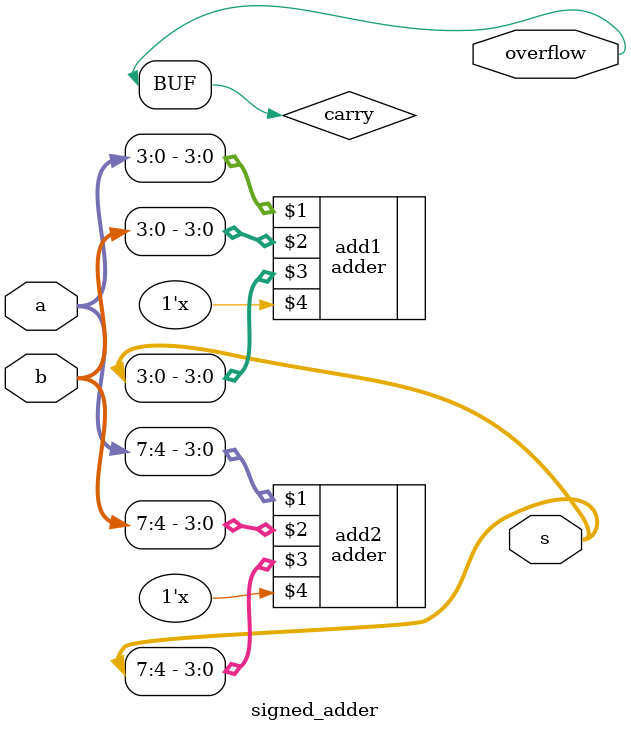
<source format=v>

module signed_adder(input [7:0] a,
    input [7:0] b,
    output [7:0] s,
    output overflow
); 

// The numbers a and b are added to the output s. 
// assign the occurence of the signed overflow of a and b to the output overflow.
// a signed overflow occurs if the most significant bits of a and b are low and the most significant bit of s is high
// a signed overflow may also occur if the most significant bits of a and b are high and the most significant bit of s is low


// The carry (co) is the output of the adder and is the highest bit of the output value s.
// assign the carry output of the adder to the output overflow. 

assign overflow = carry; 

// create 8-bit adder that adds two 8-bit numbers a and b

adder add1(a[3:0],b[3:0],s[3:0],carry[0]);
adder add2(a[7:4],b[7:4],s[7:4],carry[1]);

endmodule

</source>
